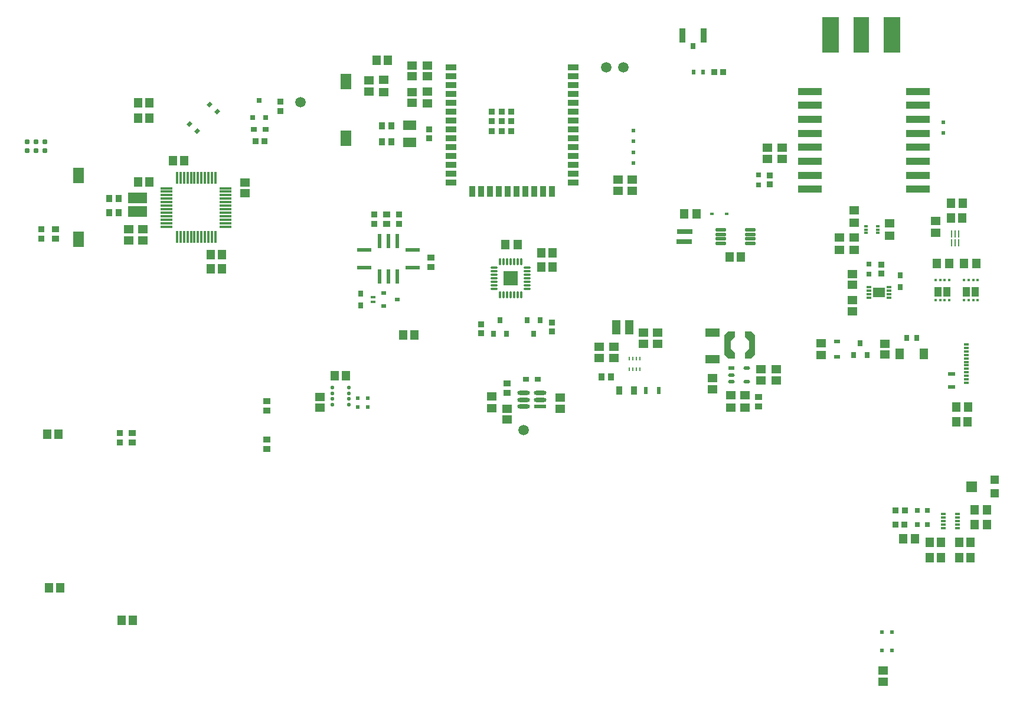
<source format=gtp>
G04*
G04 #@! TF.GenerationSoftware,Altium Limited,Altium Designer,24.9.1 (31)*
G04*
G04 Layer_Color=8421504*
%FSLAX44Y44*%
%MOMM*%
G71*
G04*
G04 #@! TF.SameCoordinates,A601D634-93CA-4805-8520-E3EE879C7AED*
G04*
G04*
G04 #@! TF.FilePolarity,Positive*
G04*
G01*
G75*
%ADD19R,0.8000X0.8500*%
%ADD20R,0.9000X2.0000*%
%ADD21R,0.3400X0.4500*%
%ADD22R,1.0200X1.4450*%
%ADD23R,2.3000X0.6500*%
%ADD24R,2.2000X0.6500*%
%ADD25R,0.9000X0.9000*%
%ADD26R,0.9000X1.5000*%
%ADD27R,1.5000X0.9000*%
%ADD28R,0.2794X0.6096*%
%ADD29R,0.3000X1.7000*%
%ADD30R,1.7000X0.3000*%
%ADD31R,1.8052X0.6098*%
G04:AMPARAMS|DCode=32|XSize=1.8052mm|YSize=0.6098mm|CornerRadius=0.3049mm|HoleSize=0mm|Usage=FLASHONLY|Rotation=180.000|XOffset=0mm|YOffset=0mm|HoleType=Round|Shape=RoundedRectangle|*
%AMROUNDEDRECTD32*
21,1,1.8052,0.0000,0,0,180.0*
21,1,1.1954,0.6098,0,0,180.0*
1,1,0.6098,-0.5977,0.0000*
1,1,0.6098,0.5977,0.0000*
1,1,0.6098,0.5977,0.0000*
1,1,0.6098,-0.5977,0.0000*
%
%ADD32ROUNDEDRECTD32*%
%ADD33R,0.8000X0.8000*%
%ADD34R,0.7000X0.3200*%
%ADD35R,1.4000X1.3000*%
%ADD36R,1.3500X1.1500*%
%ADD37R,1.0000X0.9000*%
%ADD38C,1.5000*%
%ADD39R,1.3000X1.4000*%
%ADD40R,0.9500X0.8500*%
%ADD41R,0.8000X0.8000*%
%ADD42R,0.5900X0.4500*%
G04:AMPARAMS|DCode=43|XSize=1.5mm|YSize=0.49mm|CornerRadius=0.1225mm|HoleSize=0mm|Usage=FLASHONLY|Rotation=180.000|XOffset=0mm|YOffset=0mm|HoleType=Round|Shape=RoundedRectangle|*
%AMROUNDEDRECTD43*
21,1,1.5000,0.2450,0,0,180.0*
21,1,1.2550,0.4900,0,0,180.0*
1,1,0.2450,-0.6275,0.1225*
1,1,0.2450,0.6275,0.1225*
1,1,0.2450,0.6275,-0.1225*
1,1,0.2450,-0.6275,-0.1225*
%
%ADD43ROUNDEDRECTD43*%
%ADD44R,1.1500X1.3500*%
%ADD45R,0.8500X0.9500*%
%ADD46R,0.6000X0.8000*%
%ADD47R,2.2860X5.0800*%
%ADD48R,2.4130X5.0800*%
%ADD49R,1.9000X1.4000*%
%ADD50R,0.9000X1.0000*%
%ADD51R,0.8000X0.9000*%
%ADD52R,0.7366X0.5588*%
%ADD53R,0.7000X0.4000*%
%ADD54R,0.5000X0.6000*%
%ADD55R,0.9000X0.8000*%
G04:AMPARAMS|DCode=56|XSize=0.5mm|YSize=0.6mm|CornerRadius=0mm|HoleSize=0mm|Usage=FLASHONLY|Rotation=315.000|XOffset=0mm|YOffset=0mm|HoleType=Round|Shape=Rectangle|*
%AMROTATEDRECTD56*
4,1,4,-0.3889,-0.0354,0.0354,0.3889,0.3889,0.0354,-0.0354,-0.3889,-0.3889,-0.0354,0.0*
%
%ADD56ROTATEDRECTD56*%

%ADD57R,2.0000X1.2500*%
G04:AMPARAMS|DCode=58|XSize=0.74mm|YSize=0.27mm|CornerRadius=0.0338mm|HoleSize=0mm|Usage=FLASHONLY|Rotation=180.000|XOffset=0mm|YOffset=0mm|HoleType=Round|Shape=RoundedRectangle|*
%AMROUNDEDRECTD58*
21,1,0.7400,0.2025,0,0,180.0*
21,1,0.6725,0.2700,0,0,180.0*
1,1,0.0675,-0.3363,0.1013*
1,1,0.0675,0.3363,0.1013*
1,1,0.0675,0.3363,-0.1013*
1,1,0.0675,-0.3363,-0.1013*
%
%ADD58ROUNDEDRECTD58*%
G04:AMPARAMS|DCode=59|XSize=0.5mm|YSize=0.5mm|CornerRadius=0.0625mm|HoleSize=0mm|Usage=FLASHONLY|Rotation=270.000|XOffset=0mm|YOffset=0mm|HoleType=Round|Shape=RoundedRectangle|*
%AMROUNDEDRECTD59*
21,1,0.5000,0.3750,0,0,270.0*
21,1,0.3750,0.5000,0,0,270.0*
1,1,0.1250,-0.1875,-0.1875*
1,1,0.1250,-0.1875,0.1875*
1,1,0.1250,0.1875,0.1875*
1,1,0.1250,0.1875,-0.1875*
%
%ADD59ROUNDEDRECTD59*%
%ADD60R,1.6000X2.1800*%
%ADD61R,1.6000X2.2000*%
%ADD62R,2.0000X2.0000*%
G04:AMPARAMS|DCode=63|XSize=0.97mm|YSize=0.26mm|CornerRadius=0.0325mm|HoleSize=0mm|Usage=FLASHONLY|Rotation=180.000|XOffset=0mm|YOffset=0mm|HoleType=Round|Shape=RoundedRectangle|*
%AMROUNDEDRECTD63*
21,1,0.9700,0.1950,0,0,180.0*
21,1,0.9050,0.2600,0,0,180.0*
1,1,0.0650,-0.4525,0.0975*
1,1,0.0650,0.4525,0.0975*
1,1,0.0650,0.4525,-0.0975*
1,1,0.0650,-0.4525,-0.0975*
%
%ADD63ROUNDEDRECTD63*%
G04:AMPARAMS|DCode=64|XSize=0.26mm|YSize=0.97mm|CornerRadius=0.0325mm|HoleSize=0mm|Usage=FLASHONLY|Rotation=180.000|XOffset=0mm|YOffset=0mm|HoleType=Round|Shape=RoundedRectangle|*
%AMROUNDEDRECTD64*
21,1,0.2600,0.9050,0,0,180.0*
21,1,0.1950,0.9700,0,0,180.0*
1,1,0.0650,-0.0975,0.4525*
1,1,0.0650,0.0975,0.4525*
1,1,0.0650,0.0975,-0.4525*
1,1,0.0650,-0.0975,-0.4525*
%
%ADD64ROUNDEDRECTD64*%
%ADD65R,1.1549X2.1062*%
%ADD66R,0.9000X1.2000*%
%ADD67R,0.6000X1.0500*%
%ADD68R,1.7500X1.4500*%
%ADD69R,0.7500X0.3000*%
G04:AMPARAMS|DCode=70|XSize=1.0654mm|YSize=0.2425mm|CornerRadius=0.1212mm|HoleSize=0mm|Usage=FLASHONLY|Rotation=90.000|XOffset=0mm|YOffset=0mm|HoleType=Round|Shape=RoundedRectangle|*
%AMROUNDEDRECTD70*
21,1,1.0654,0.0000,0,0,90.0*
21,1,0.8229,0.2425,0,0,90.0*
1,1,0.2425,0.0000,0.4114*
1,1,0.2425,0.0000,-0.4114*
1,1,0.2425,0.0000,-0.4114*
1,1,0.2425,0.0000,0.4114*
%
%ADD70ROUNDEDRECTD70*%
%ADD71R,0.2425X1.0654*%
%ADD72R,0.9397X0.5321*%
G04:AMPARAMS|DCode=73|XSize=0.9397mm|YSize=0.5321mm|CornerRadius=0.2661mm|HoleSize=0mm|Usage=FLASHONLY|Rotation=0.000|XOffset=0mm|YOffset=0mm|HoleType=Round|Shape=RoundedRectangle|*
%AMROUNDEDRECTD73*
21,1,0.9397,0.0000,0,0,0.0*
21,1,0.4076,0.5321,0,0,0.0*
1,1,0.5321,0.2038,0.0000*
1,1,0.5321,-0.2038,0.0000*
1,1,0.5321,-0.2038,0.0000*
1,1,0.5321,0.2038,0.0000*
%
%ADD73ROUNDEDRECTD73*%
%ADD74R,2.0000X0.6000*%
%ADD75R,0.6000X2.0000*%
%ADD76R,3.5000X1.0000*%
%ADD77R,0.8300X0.6250*%
%ADD78R,1.2500X1.6500*%
%ADD79R,0.8020X0.9720*%
%ADD80R,1.0500X0.6000*%
%ADD81R,1.2000X1.2000*%
%ADD82R,1.5000X1.6000*%
%ADD83R,0.5000X0.3750*%
%ADD84R,0.6000X0.5000*%
%ADD85R,2.7000X1.5000*%
%ADD86C,1.0259*%
%ADD87C,0.7874*%
%ADD88R,0.6500X0.9000*%
G36*
X1069460Y538750D02*
X1063660Y532800D01*
Y521300D01*
X1069460Y515350D01*
Y507600D01*
X1060560D01*
X1054960Y513100D01*
Y541000D01*
X1060560Y546500D01*
X1069460D01*
Y538750D01*
D02*
G37*
G36*
X1098960Y541000D02*
Y513100D01*
X1093360Y507600D01*
X1084460D01*
Y515350D01*
X1090260Y521300D01*
Y532800D01*
X1084460Y538750D01*
Y546500D01*
X1093360D01*
X1098960Y541000D01*
D02*
G37*
D19*
X1009650Y955030D02*
D03*
D20*
X994650Y970280D02*
D03*
X1024650D02*
D03*
D21*
X1418180Y620050D02*
D03*
X1411680Y620050D02*
D03*
X1405180D02*
D03*
X1398680Y620050D02*
D03*
X1418180Y591350D02*
D03*
X1411680Y591350D02*
D03*
X1405180D02*
D03*
X1398680Y591350D02*
D03*
X1357760Y591350D02*
D03*
X1364260D02*
D03*
X1370760D02*
D03*
X1377260D02*
D03*
X1357760Y620050D02*
D03*
X1364260Y620050D02*
D03*
X1370760D02*
D03*
X1377260Y620050D02*
D03*
D22*
X1414780Y603075D02*
D03*
X1402080D02*
D03*
X1361160Y603075D02*
D03*
X1373860D02*
D03*
D23*
X997420Y674490D02*
D03*
D24*
X997920Y689490D02*
D03*
D25*
X749000Y833400D02*
D03*
X735000D02*
D03*
X721000D02*
D03*
X749000Y847400D02*
D03*
X735000D02*
D03*
X721000D02*
D03*
X749000Y861400D02*
D03*
X735000D02*
D03*
X721000D02*
D03*
D26*
X807150Y747000D02*
D03*
X794450D02*
D03*
X781750D02*
D03*
X769050D02*
D03*
X756350D02*
D03*
X743650D02*
D03*
X730950D02*
D03*
X718250D02*
D03*
X705550D02*
D03*
X692850D02*
D03*
D27*
X837500Y924600D02*
D03*
Y911900D02*
D03*
Y899200D02*
D03*
Y886500D02*
D03*
Y873800D02*
D03*
Y861100D02*
D03*
Y848400D02*
D03*
Y835700D02*
D03*
Y823000D02*
D03*
Y810300D02*
D03*
Y797600D02*
D03*
Y784900D02*
D03*
Y772200D02*
D03*
Y759500D02*
D03*
X662500D02*
D03*
Y772200D02*
D03*
Y784900D02*
D03*
Y797600D02*
D03*
Y810300D02*
D03*
Y823000D02*
D03*
Y835700D02*
D03*
Y848400D02*
D03*
Y861100D02*
D03*
Y873800D02*
D03*
Y886500D02*
D03*
Y899200D02*
D03*
Y911900D02*
D03*
Y924600D02*
D03*
D28*
X933169Y507239D02*
D03*
X928169D02*
D03*
X923169D02*
D03*
X918169D02*
D03*
Y492253D02*
D03*
X923169D02*
D03*
X928169D02*
D03*
X933169D02*
D03*
D29*
X319680Y681520D02*
D03*
X269680D02*
D03*
X274680D02*
D03*
X279680D02*
D03*
X284680D02*
D03*
X289680D02*
D03*
X294680D02*
D03*
X299680D02*
D03*
X304680D02*
D03*
X309680D02*
D03*
X314680D02*
D03*
X324680D02*
D03*
Y766280D02*
D03*
X319680D02*
D03*
X314680D02*
D03*
X309680D02*
D03*
X304680D02*
D03*
X299680D02*
D03*
X294680D02*
D03*
X289680D02*
D03*
X284680D02*
D03*
X279680D02*
D03*
X274680D02*
D03*
X269680D02*
D03*
D30*
X339560Y711400D02*
D03*
Y696400D02*
D03*
Y701400D02*
D03*
Y706400D02*
D03*
Y716400D02*
D03*
X254800Y751400D02*
D03*
Y746400D02*
D03*
Y741400D02*
D03*
Y736400D02*
D03*
Y731400D02*
D03*
Y726400D02*
D03*
Y721400D02*
D03*
Y716400D02*
D03*
Y711400D02*
D03*
Y706400D02*
D03*
Y701400D02*
D03*
Y696400D02*
D03*
X339560Y721400D02*
D03*
Y726400D02*
D03*
Y731400D02*
D03*
Y736400D02*
D03*
Y741400D02*
D03*
Y751400D02*
D03*
Y746400D02*
D03*
D31*
X790015Y438810D02*
D03*
D32*
Y448310D02*
D03*
Y457810D02*
D03*
X767005D02*
D03*
Y448310D02*
D03*
Y438810D02*
D03*
D33*
X1331200Y269240D02*
D03*
X1346200D02*
D03*
X1331080Y289560D02*
D03*
X1346080D02*
D03*
X377850Y852870D02*
D03*
X396850D02*
D03*
X387350Y876870D02*
D03*
D34*
X1401650Y472500D02*
D03*
Y477500D02*
D03*
Y482500D02*
D03*
Y487500D02*
D03*
Y492500D02*
D03*
Y497500D02*
D03*
Y502500D02*
D03*
Y507500D02*
D03*
Y512500D02*
D03*
Y517500D02*
D03*
Y522500D02*
D03*
Y527500D02*
D03*
D35*
X742950Y419610D02*
D03*
Y435610D02*
D03*
X819150Y435230D02*
D03*
Y451230D02*
D03*
X1282700Y44070D02*
D03*
Y60070D02*
D03*
X1238250Y628648D02*
D03*
Y612648D02*
D03*
X1137920Y809370D02*
D03*
Y793370D02*
D03*
X1116330Y809370D02*
D03*
Y793370D02*
D03*
X922100Y763650D02*
D03*
Y747650D02*
D03*
X901780Y763650D02*
D03*
Y747650D02*
D03*
X474980Y436500D02*
D03*
Y452500D02*
D03*
X628540Y911480D02*
D03*
Y927480D02*
D03*
X607060Y911480D02*
D03*
Y927480D02*
D03*
Y889380D02*
D03*
Y873380D02*
D03*
X544830Y905890D02*
D03*
Y889890D02*
D03*
X938369Y544576D02*
D03*
Y528576D02*
D03*
X959309Y544576D02*
D03*
Y528576D02*
D03*
X896459Y524256D02*
D03*
Y508256D02*
D03*
X874869Y524256D02*
D03*
Y508256D02*
D03*
X1238250Y575312D02*
D03*
Y591312D02*
D03*
X1037590Y463170D02*
D03*
Y479170D02*
D03*
X1107440Y475870D02*
D03*
Y491870D02*
D03*
X1285240Y512700D02*
D03*
Y528700D02*
D03*
X1129030Y475870D02*
D03*
Y491870D02*
D03*
X367030Y743840D02*
D03*
Y759840D02*
D03*
X200580Y692530D02*
D03*
Y676530D02*
D03*
X220900Y692530D02*
D03*
Y676530D02*
D03*
D36*
X721360Y435750D02*
D03*
Y453250D02*
D03*
X1357630Y704710D02*
D03*
Y687210D02*
D03*
X1291590Y683400D02*
D03*
Y700900D02*
D03*
X566420Y906640D02*
D03*
Y889140D02*
D03*
X628650Y872630D02*
D03*
Y890130D02*
D03*
X1084580Y437020D02*
D03*
Y454520D02*
D03*
X1064260Y437020D02*
D03*
Y454520D02*
D03*
X1193800Y511950D02*
D03*
Y529450D02*
D03*
X1240790Y663080D02*
D03*
Y680580D02*
D03*
Y702310D02*
D03*
Y719810D02*
D03*
X1219590Y680440D02*
D03*
Y662940D02*
D03*
D37*
X742950Y471970D02*
D03*
Y458470D02*
D03*
X570230Y713810D02*
D03*
Y700310D02*
D03*
X633730Y638410D02*
D03*
Y651910D02*
D03*
X398780Y432670D02*
D03*
Y446170D02*
D03*
Y391560D02*
D03*
Y378060D02*
D03*
X205740Y400450D02*
D03*
Y386950D02*
D03*
X1103630Y439020D02*
D03*
Y452520D02*
D03*
X95330Y679050D02*
D03*
Y692550D02*
D03*
D38*
X767005Y405055D02*
D03*
X910000Y925000D02*
D03*
X447040Y875030D02*
D03*
X885000Y925000D02*
D03*
D39*
X83440Y398780D02*
D03*
X99440D02*
D03*
X190120Y132080D02*
D03*
X206120D02*
D03*
X85980Y179070D02*
D03*
X101980D02*
D03*
X1396110Y708660D02*
D03*
X1380110D02*
D03*
X1062610Y652780D02*
D03*
X1078610D02*
D03*
X571880Y934720D02*
D03*
X555880D02*
D03*
X512190Y482600D02*
D03*
X496190D02*
D03*
X230250Y852090D02*
D03*
X214250D02*
D03*
X230250Y873680D02*
D03*
X214250D02*
D03*
X808020Y659130D02*
D03*
X792020D02*
D03*
X808020Y638810D02*
D03*
X792020D02*
D03*
X1403730Y416560D02*
D03*
X1387730D02*
D03*
X1407540Y222250D02*
D03*
X1391540D02*
D03*
X1407460Y243840D02*
D03*
X1391460D02*
D03*
X1349630D02*
D03*
X1365630D02*
D03*
X1349630Y222250D02*
D03*
X1365630D02*
D03*
X263780Y791210D02*
D03*
X279780D02*
D03*
X229870Y760730D02*
D03*
X213870D02*
D03*
X334390Y656590D02*
D03*
X318390D02*
D03*
Y636270D02*
D03*
X334390D02*
D03*
X593980Y541020D02*
D03*
X609980D02*
D03*
D40*
X1120140Y756770D02*
D03*
Y769770D02*
D03*
X631190Y822810D02*
D03*
Y835810D02*
D03*
X588010Y700560D02*
D03*
Y713560D02*
D03*
X552450D02*
D03*
Y700560D02*
D03*
X187960Y387200D02*
D03*
Y400200D02*
D03*
X807640Y545950D02*
D03*
Y558950D02*
D03*
X706120Y556410D02*
D03*
Y543410D02*
D03*
X1280160Y628858D02*
D03*
Y641858D02*
D03*
X75010Y692300D02*
D03*
Y679300D02*
D03*
X417830Y862180D02*
D03*
Y875180D02*
D03*
D41*
X1103630Y755770D02*
D03*
Y770770D02*
D03*
X1262380Y628008D02*
D03*
Y643008D02*
D03*
D42*
X1058300Y715010D02*
D03*
X1037200D02*
D03*
D43*
X1049560Y672240D02*
D03*
Y678740D02*
D03*
Y691740D02*
D03*
X1091660D02*
D03*
Y685240D02*
D03*
Y678740D02*
D03*
Y672240D02*
D03*
X1049560Y685240D02*
D03*
D44*
X1014450Y715010D02*
D03*
X996950D02*
D03*
X740550Y670560D02*
D03*
X758050D02*
D03*
X1379360Y730250D02*
D03*
X1396860D02*
D03*
X1376768Y643546D02*
D03*
X1359268D02*
D03*
X1398410Y643890D02*
D03*
X1415910D02*
D03*
X1404480Y438150D02*
D03*
X1386980D02*
D03*
X1413650Y290830D02*
D03*
X1431150D02*
D03*
X1310780Y248920D02*
D03*
X1328280D02*
D03*
X1413650Y269240D02*
D03*
X1431150D02*
D03*
D45*
X1052980Y918210D02*
D03*
X1039980D02*
D03*
X382120Y819150D02*
D03*
X395120D02*
D03*
X1313180Y269240D02*
D03*
X1300180D02*
D03*
X1313330Y289560D02*
D03*
X1300330D02*
D03*
D46*
X1024270Y918210D02*
D03*
X1010270D02*
D03*
D47*
X1250950Y971550D02*
D03*
D48*
X1294765D02*
D03*
X1207135D02*
D03*
D49*
X603250Y841310D02*
D03*
Y817310D02*
D03*
D50*
X576980Y840740D02*
D03*
X563480D02*
D03*
X576980Y817880D02*
D03*
X563480D02*
D03*
X891779Y480696D02*
D03*
X878279D02*
D03*
X185820Y736600D02*
D03*
X172320D02*
D03*
X185820Y716280D02*
D03*
X172320D02*
D03*
D51*
X533430Y600320D02*
D03*
Y583320D02*
D03*
X1306830Y626228D02*
D03*
Y609228D02*
D03*
X790470Y562450D02*
D03*
X771470D02*
D03*
X780970Y542450D02*
D03*
X723370D02*
D03*
X742370D02*
D03*
X732870Y562450D02*
D03*
D52*
X585866Y591820D02*
D03*
X566054Y582295D02*
D03*
Y601345D02*
D03*
D53*
X550560Y588400D02*
D03*
Y595400D02*
D03*
D54*
X528440Y450850D02*
D03*
X543440D02*
D03*
X1295280Y115570D02*
D03*
X1280280D02*
D03*
X528440Y438150D02*
D03*
X543440D02*
D03*
X1295280Y88900D02*
D03*
X1280280D02*
D03*
D55*
X380120Y835660D02*
D03*
X397120D02*
D03*
X770010Y477520D02*
D03*
X787010D02*
D03*
D56*
X327060Y860837D02*
D03*
X316453Y871443D02*
D03*
X298262Y832897D02*
D03*
X287655Y843503D02*
D03*
D57*
X1037590Y506730D02*
D03*
Y544230D02*
D03*
D58*
X1388960Y264160D02*
D03*
Y269160D02*
D03*
Y274160D02*
D03*
Y279160D02*
D03*
Y284160D02*
D03*
X1369060D02*
D03*
Y279160D02*
D03*
Y274160D02*
D03*
Y269160D02*
D03*
Y264160D02*
D03*
D59*
X516190Y465390D02*
D03*
Y457390D02*
D03*
Y449390D02*
D03*
Y441390D02*
D03*
X492190Y441190D02*
D03*
Y449390D02*
D03*
Y457390D02*
D03*
Y465390D02*
D03*
D60*
X511810Y904575D02*
D03*
X128270Y769850D02*
D03*
D61*
X511810Y822625D02*
D03*
X128270Y677950D02*
D03*
D62*
X748030Y622300D02*
D03*
D63*
X724330Y607300D02*
D03*
Y612300D02*
D03*
Y617300D02*
D03*
Y622300D02*
D03*
Y627300D02*
D03*
Y632300D02*
D03*
Y637300D02*
D03*
X771730D02*
D03*
Y632300D02*
D03*
Y627300D02*
D03*
Y622300D02*
D03*
Y617300D02*
D03*
Y612300D02*
D03*
Y607300D02*
D03*
D64*
X763030Y598600D02*
D03*
X758030D02*
D03*
X753030D02*
D03*
X748030D02*
D03*
X743030D02*
D03*
X738030D02*
D03*
X733030D02*
D03*
Y646000D02*
D03*
X738030D02*
D03*
X743030D02*
D03*
X748030D02*
D03*
X753030D02*
D03*
X758030D02*
D03*
X763030D02*
D03*
D65*
X918416Y551816D02*
D03*
X899903D02*
D03*
D66*
X903739Y461646D02*
D03*
X924739D02*
D03*
D67*
X960569D02*
D03*
X941569D02*
D03*
D68*
X1276350Y601980D02*
D03*
D69*
X1290850Y609480D02*
D03*
Y604480D02*
D03*
Y599480D02*
D03*
Y594480D02*
D03*
X1261850D02*
D03*
Y599480D02*
D03*
Y604480D02*
D03*
Y609480D02*
D03*
D70*
X1380570Y685986D02*
D03*
X1385570D02*
D03*
X1390570D02*
D03*
Y672914D02*
D03*
X1385570D02*
D03*
D71*
X1380570D02*
D03*
D72*
X1064535Y493370D02*
D03*
D73*
Y483870D02*
D03*
Y474370D02*
D03*
X1086845D02*
D03*
Y493370D02*
D03*
D74*
X537770Y662940D02*
D03*
Y637540D02*
D03*
X607770Y662940D02*
D03*
Y637540D02*
D03*
D75*
X560270Y675640D02*
D03*
X572770D02*
D03*
X585270D02*
D03*
X560270Y624840D02*
D03*
X572770D02*
D03*
X585270D02*
D03*
D76*
X1177500Y750000D02*
D03*
Y770000D02*
D03*
Y790000D02*
D03*
Y810000D02*
D03*
Y830000D02*
D03*
Y850000D02*
D03*
Y870000D02*
D03*
Y890000D02*
D03*
X1332500D02*
D03*
Y870000D02*
D03*
Y850000D02*
D03*
Y830000D02*
D03*
Y810000D02*
D03*
Y790000D02*
D03*
Y770000D02*
D03*
Y750000D02*
D03*
D77*
X1216660Y509575D02*
D03*
Y531825D02*
D03*
D78*
X1340590Y514350D02*
D03*
X1306090D02*
D03*
D79*
X1249680Y529550D02*
D03*
X1259180Y511850D02*
D03*
X1240180D02*
D03*
D80*
X1380490Y466140D02*
D03*
Y485140D02*
D03*
D81*
X1442200Y333850D02*
D03*
Y313850D02*
D03*
D82*
X1409700Y323850D02*
D03*
D83*
X1258080Y697150D02*
D03*
Y692150D02*
D03*
Y687150D02*
D03*
X1275080D02*
D03*
Y692150D02*
D03*
Y697150D02*
D03*
D84*
X924560Y834150D02*
D03*
Y819150D02*
D03*
Y787640D02*
D03*
Y802640D02*
D03*
X1369060Y830700D02*
D03*
Y845700D02*
D03*
D85*
X213360Y718210D02*
D03*
Y737210D02*
D03*
D86*
X1093069Y538797D02*
D03*
X1060851D02*
D03*
D87*
X54610Y817880D02*
D03*
Y805180D02*
D03*
X67310Y817880D02*
D03*
Y805180D02*
D03*
X80010Y817880D02*
D03*
Y805180D02*
D03*
D88*
X1330590Y537210D02*
D03*
X1316090D02*
D03*
M02*

</source>
